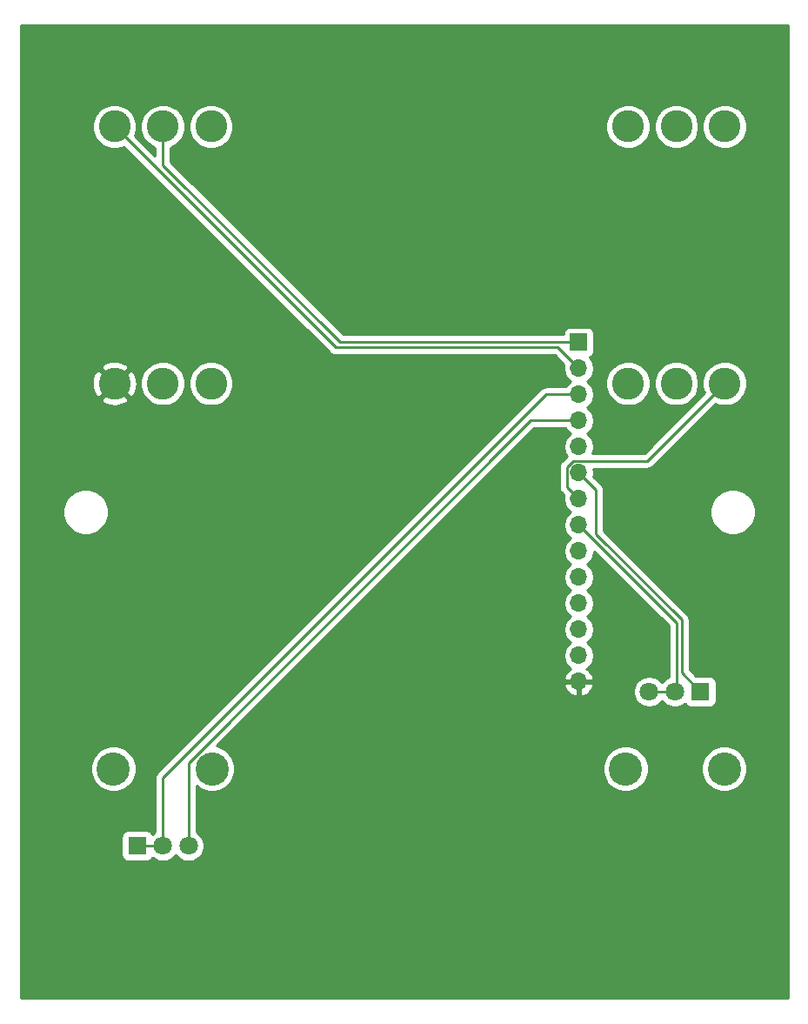
<source format=gbr>
G04 #@! TF.GenerationSoftware,KiCad,Pcbnew,5.1.5-52549c5~84~ubuntu18.04.1*
G04 #@! TF.CreationDate,2020-05-11T15:13:20-04:00*
G04 #@! TF.ProjectId,gategrinder_panelPCB,67617465-6772-4696-9e64-65725f70616e,rev?*
G04 #@! TF.SameCoordinates,Original*
G04 #@! TF.FileFunction,Copper,L1,Top*
G04 #@! TF.FilePolarity,Positive*
%FSLAX46Y46*%
G04 Gerber Fmt 4.6, Leading zero omitted, Abs format (unit mm)*
G04 Created by KiCad (PCBNEW 5.1.5-52549c5~84~ubuntu18.04.1) date 2020-05-11 15:13:20*
%MOMM*%
%LPD*%
G04 APERTURE LIST*
%ADD10C,3.100000*%
%ADD11C,3.240000*%
%ADD12C,1.800000*%
%ADD13R,1.800000X1.800000*%
%ADD14O,1.700000X1.700000*%
%ADD15R,1.700000X1.700000*%
%ADD16C,0.250000*%
%ADD17C,0.254000*%
G04 APERTURE END LIST*
D10*
X87200000Y-79500000D03*
X77800000Y-79500000D03*
X82500000Y-79500000D03*
X127800000Y-79500000D03*
X137200000Y-79500000D03*
X132500000Y-79500000D03*
X137200000Y-54500000D03*
X127800000Y-54500000D03*
X132500000Y-54500000D03*
X77800000Y-54500000D03*
X87200000Y-54500000D03*
X82500000Y-54500000D03*
D11*
X137150000Y-117000000D03*
X127550000Y-117000000D03*
D12*
X129850000Y-109500000D03*
X132350000Y-109500000D03*
D13*
X134850000Y-109500000D03*
D11*
X77700000Y-117000000D03*
X87300000Y-117000000D03*
D12*
X85000000Y-124500000D03*
X82500000Y-124500000D03*
D13*
X80000000Y-124500000D03*
D14*
X123000000Y-108520000D03*
X123000000Y-105980000D03*
X123000000Y-103440000D03*
X123000000Y-100900000D03*
X123000000Y-98360000D03*
X123000000Y-95820000D03*
X123000000Y-93280000D03*
X123000000Y-90740000D03*
X123000000Y-88200000D03*
X123000000Y-85660000D03*
X123000000Y-83120000D03*
X123000000Y-80580000D03*
X123000000Y-78040000D03*
D15*
X123000000Y-75500000D03*
D16*
X132350000Y-109500000D02*
X129850000Y-109500000D01*
X132350000Y-109500000D02*
X132500000Y-109350000D01*
X132500000Y-102780000D02*
X123000000Y-93280000D01*
X132500000Y-109350000D02*
X132500000Y-102780000D01*
X122435999Y-87024999D02*
X129675001Y-87024999D01*
X135650001Y-81049999D02*
X137200000Y-79500000D01*
X121824999Y-87635999D02*
X122435999Y-87024999D01*
X129675001Y-87024999D02*
X135650001Y-81049999D01*
X121824999Y-89564999D02*
X121824999Y-87635999D01*
X123000000Y-90740000D02*
X121824999Y-89564999D01*
X124650000Y-89850000D02*
X123000000Y-88200000D01*
X124650000Y-94150000D02*
X124650000Y-89850000D01*
X133000000Y-102500000D02*
X124650000Y-94150000D01*
X134850000Y-109500000D02*
X133000000Y-107650000D01*
X133000000Y-107650000D02*
X133000000Y-102500000D01*
X118301398Y-83120000D02*
X123000000Y-83120000D01*
X85000000Y-124500000D02*
X85000000Y-116421398D01*
X85000000Y-116421398D02*
X118301398Y-83120000D01*
X80000000Y-124500000D02*
X82500000Y-124500000D01*
X119797919Y-80580000D02*
X123000000Y-80580000D01*
X82500000Y-124500000D02*
X82500000Y-117877919D01*
X82500000Y-117877919D02*
X119797919Y-80580000D01*
X99300000Y-76000000D02*
X77800000Y-54500000D01*
X123000000Y-78040000D02*
X120960000Y-76000000D01*
X120960000Y-76000000D02*
X99300000Y-76000000D01*
X99750000Y-75500000D02*
X123000000Y-75500000D01*
X82500000Y-54500000D02*
X82500000Y-58250000D01*
X82500000Y-58250000D02*
X99750000Y-75500000D01*
D17*
G36*
X143340001Y-139340000D02*
G01*
X68660000Y-139340000D01*
X68660000Y-116777902D01*
X75445000Y-116777902D01*
X75445000Y-117222098D01*
X75531658Y-117657759D01*
X75701645Y-118068143D01*
X75948427Y-118437479D01*
X76262521Y-118751573D01*
X76631857Y-118998355D01*
X77042241Y-119168342D01*
X77477902Y-119255000D01*
X77922098Y-119255000D01*
X78357759Y-119168342D01*
X78768143Y-118998355D01*
X79137479Y-118751573D01*
X79451573Y-118437479D01*
X79698355Y-118068143D01*
X79868342Y-117657759D01*
X79955000Y-117222098D01*
X79955000Y-116777902D01*
X79868342Y-116342241D01*
X79698355Y-115931857D01*
X79451573Y-115562521D01*
X79137479Y-115248427D01*
X78768143Y-115001645D01*
X78357759Y-114831658D01*
X77922098Y-114745000D01*
X77477902Y-114745000D01*
X77042241Y-114831658D01*
X76631857Y-115001645D01*
X76262521Y-115248427D01*
X75948427Y-115562521D01*
X75701645Y-115931857D01*
X75531658Y-116342241D01*
X75445000Y-116777902D01*
X68660000Y-116777902D01*
X68660000Y-91779872D01*
X72765000Y-91779872D01*
X72765000Y-92220128D01*
X72850890Y-92651925D01*
X73019369Y-93058669D01*
X73263962Y-93424729D01*
X73575271Y-93736038D01*
X73941331Y-93980631D01*
X74348075Y-94149110D01*
X74779872Y-94235000D01*
X75220128Y-94235000D01*
X75651925Y-94149110D01*
X76058669Y-93980631D01*
X76424729Y-93736038D01*
X76736038Y-93424729D01*
X76980631Y-93058669D01*
X77149110Y-92651925D01*
X77235000Y-92220128D01*
X77235000Y-91779872D01*
X77149110Y-91348075D01*
X76980631Y-90941331D01*
X76736038Y-90575271D01*
X76424729Y-90263962D01*
X76058669Y-90019369D01*
X75651925Y-89850890D01*
X75220128Y-89765000D01*
X74779872Y-89765000D01*
X74348075Y-89850890D01*
X73941331Y-90019369D01*
X73575271Y-90263962D01*
X73263962Y-90575271D01*
X73019369Y-90941331D01*
X72850890Y-91348075D01*
X72765000Y-91779872D01*
X68660000Y-91779872D01*
X68660000Y-81027251D01*
X76452354Y-81027251D01*
X76614381Y-81347930D01*
X76997675Y-81543725D01*
X77411803Y-81660981D01*
X77840848Y-81695192D01*
X78268324Y-81645042D01*
X78677802Y-81512461D01*
X78985619Y-81347930D01*
X79147646Y-81027251D01*
X77800000Y-79679605D01*
X76452354Y-81027251D01*
X68660000Y-81027251D01*
X68660000Y-79540848D01*
X75604808Y-79540848D01*
X75654958Y-79968324D01*
X75787539Y-80377802D01*
X75952070Y-80685619D01*
X76272749Y-80847646D01*
X77620395Y-79500000D01*
X77979605Y-79500000D01*
X79327251Y-80847646D01*
X79647930Y-80685619D01*
X79843725Y-80302325D01*
X79960981Y-79888197D01*
X79995192Y-79459152D01*
X79974738Y-79284796D01*
X80315000Y-79284796D01*
X80315000Y-79715204D01*
X80398969Y-80137341D01*
X80563678Y-80534985D01*
X80802800Y-80892856D01*
X81107144Y-81197200D01*
X81465015Y-81436322D01*
X81862659Y-81601031D01*
X82284796Y-81685000D01*
X82715204Y-81685000D01*
X83137341Y-81601031D01*
X83534985Y-81436322D01*
X83892856Y-81197200D01*
X84197200Y-80892856D01*
X84436322Y-80534985D01*
X84601031Y-80137341D01*
X84685000Y-79715204D01*
X84685000Y-79284796D01*
X85015000Y-79284796D01*
X85015000Y-79715204D01*
X85098969Y-80137341D01*
X85263678Y-80534985D01*
X85502800Y-80892856D01*
X85807144Y-81197200D01*
X86165015Y-81436322D01*
X86562659Y-81601031D01*
X86984796Y-81685000D01*
X87415204Y-81685000D01*
X87837341Y-81601031D01*
X88234985Y-81436322D01*
X88592856Y-81197200D01*
X88897200Y-80892856D01*
X89136322Y-80534985D01*
X89301031Y-80137341D01*
X89385000Y-79715204D01*
X89385000Y-79284796D01*
X89301031Y-78862659D01*
X89136322Y-78465015D01*
X88897200Y-78107144D01*
X88592856Y-77802800D01*
X88234985Y-77563678D01*
X87837341Y-77398969D01*
X87415204Y-77315000D01*
X86984796Y-77315000D01*
X86562659Y-77398969D01*
X86165015Y-77563678D01*
X85807144Y-77802800D01*
X85502800Y-78107144D01*
X85263678Y-78465015D01*
X85098969Y-78862659D01*
X85015000Y-79284796D01*
X84685000Y-79284796D01*
X84601031Y-78862659D01*
X84436322Y-78465015D01*
X84197200Y-78107144D01*
X83892856Y-77802800D01*
X83534985Y-77563678D01*
X83137341Y-77398969D01*
X82715204Y-77315000D01*
X82284796Y-77315000D01*
X81862659Y-77398969D01*
X81465015Y-77563678D01*
X81107144Y-77802800D01*
X80802800Y-78107144D01*
X80563678Y-78465015D01*
X80398969Y-78862659D01*
X80315000Y-79284796D01*
X79974738Y-79284796D01*
X79945042Y-79031676D01*
X79812461Y-78622198D01*
X79647930Y-78314381D01*
X79327251Y-78152354D01*
X77979605Y-79500000D01*
X77620395Y-79500000D01*
X76272749Y-78152354D01*
X75952070Y-78314381D01*
X75756275Y-78697675D01*
X75639019Y-79111803D01*
X75604808Y-79540848D01*
X68660000Y-79540848D01*
X68660000Y-77972749D01*
X76452354Y-77972749D01*
X77800000Y-79320395D01*
X79147646Y-77972749D01*
X78985619Y-77652070D01*
X78602325Y-77456275D01*
X78188197Y-77339019D01*
X77759152Y-77304808D01*
X77331676Y-77354958D01*
X76922198Y-77487539D01*
X76614381Y-77652070D01*
X76452354Y-77972749D01*
X68660000Y-77972749D01*
X68660000Y-54284796D01*
X75615000Y-54284796D01*
X75615000Y-54715204D01*
X75698969Y-55137341D01*
X75863678Y-55534985D01*
X76102800Y-55892856D01*
X76407144Y-56197200D01*
X76765015Y-56436322D01*
X77162659Y-56601031D01*
X77584796Y-56685000D01*
X78015204Y-56685000D01*
X78437341Y-56601031D01*
X78712327Y-56487128D01*
X98736200Y-76511002D01*
X98759999Y-76540001D01*
X98788997Y-76563799D01*
X98875724Y-76634974D01*
X99007753Y-76705546D01*
X99151014Y-76749003D01*
X99300000Y-76763677D01*
X99337333Y-76760000D01*
X120645199Y-76760000D01*
X121558790Y-77673592D01*
X121515000Y-77893740D01*
X121515000Y-78186260D01*
X121572068Y-78473158D01*
X121684010Y-78743411D01*
X121846525Y-78986632D01*
X122053368Y-79193475D01*
X122227760Y-79310000D01*
X122053368Y-79426525D01*
X121846525Y-79633368D01*
X121721822Y-79820000D01*
X119835242Y-79820000D01*
X119797919Y-79816324D01*
X119760596Y-79820000D01*
X119760586Y-79820000D01*
X119648933Y-79830997D01*
X119505672Y-79874454D01*
X119373642Y-79945026D01*
X119345254Y-79968324D01*
X119257918Y-80039999D01*
X119234120Y-80068997D01*
X81988998Y-117314120D01*
X81960000Y-117337918D01*
X81936202Y-117366916D01*
X81936201Y-117366917D01*
X81865026Y-117453643D01*
X81794454Y-117585673D01*
X81750998Y-117728934D01*
X81736324Y-117877919D01*
X81740001Y-117915251D01*
X81740000Y-123161687D01*
X81521495Y-123307688D01*
X81483880Y-123345303D01*
X81430537Y-123245506D01*
X81351185Y-123148815D01*
X81254494Y-123069463D01*
X81144180Y-123010498D01*
X81024482Y-122974188D01*
X80900000Y-122961928D01*
X79100000Y-122961928D01*
X78975518Y-122974188D01*
X78855820Y-123010498D01*
X78745506Y-123069463D01*
X78648815Y-123148815D01*
X78569463Y-123245506D01*
X78510498Y-123355820D01*
X78474188Y-123475518D01*
X78461928Y-123600000D01*
X78461928Y-125400000D01*
X78474188Y-125524482D01*
X78510498Y-125644180D01*
X78569463Y-125754494D01*
X78648815Y-125851185D01*
X78745506Y-125930537D01*
X78855820Y-125989502D01*
X78975518Y-126025812D01*
X79100000Y-126038072D01*
X80900000Y-126038072D01*
X81024482Y-126025812D01*
X81144180Y-125989502D01*
X81254494Y-125930537D01*
X81351185Y-125851185D01*
X81430537Y-125754494D01*
X81483880Y-125654697D01*
X81521495Y-125692312D01*
X81772905Y-125860299D01*
X82052257Y-125976011D01*
X82348816Y-126035000D01*
X82651184Y-126035000D01*
X82947743Y-125976011D01*
X83227095Y-125860299D01*
X83478505Y-125692312D01*
X83692312Y-125478505D01*
X83750000Y-125392169D01*
X83807688Y-125478505D01*
X84021495Y-125692312D01*
X84272905Y-125860299D01*
X84552257Y-125976011D01*
X84848816Y-126035000D01*
X85151184Y-126035000D01*
X85447743Y-125976011D01*
X85727095Y-125860299D01*
X85978505Y-125692312D01*
X86192312Y-125478505D01*
X86360299Y-125227095D01*
X86476011Y-124947743D01*
X86535000Y-124651184D01*
X86535000Y-124348816D01*
X86476011Y-124052257D01*
X86360299Y-123772905D01*
X86192312Y-123521495D01*
X85978505Y-123307688D01*
X85760000Y-123161687D01*
X85760000Y-118649052D01*
X85862521Y-118751573D01*
X86231857Y-118998355D01*
X86642241Y-119168342D01*
X87077902Y-119255000D01*
X87522098Y-119255000D01*
X87957759Y-119168342D01*
X88368143Y-118998355D01*
X88737479Y-118751573D01*
X89051573Y-118437479D01*
X89298355Y-118068143D01*
X89468342Y-117657759D01*
X89555000Y-117222098D01*
X89555000Y-116777902D01*
X125295000Y-116777902D01*
X125295000Y-117222098D01*
X125381658Y-117657759D01*
X125551645Y-118068143D01*
X125798427Y-118437479D01*
X126112521Y-118751573D01*
X126481857Y-118998355D01*
X126892241Y-119168342D01*
X127327902Y-119255000D01*
X127772098Y-119255000D01*
X128207759Y-119168342D01*
X128618143Y-118998355D01*
X128987479Y-118751573D01*
X129301573Y-118437479D01*
X129548355Y-118068143D01*
X129718342Y-117657759D01*
X129805000Y-117222098D01*
X129805000Y-116777902D01*
X134895000Y-116777902D01*
X134895000Y-117222098D01*
X134981658Y-117657759D01*
X135151645Y-118068143D01*
X135398427Y-118437479D01*
X135712521Y-118751573D01*
X136081857Y-118998355D01*
X136492241Y-119168342D01*
X136927902Y-119255000D01*
X137372098Y-119255000D01*
X137807759Y-119168342D01*
X138218143Y-118998355D01*
X138587479Y-118751573D01*
X138901573Y-118437479D01*
X139148355Y-118068143D01*
X139318342Y-117657759D01*
X139405000Y-117222098D01*
X139405000Y-116777902D01*
X139318342Y-116342241D01*
X139148355Y-115931857D01*
X138901573Y-115562521D01*
X138587479Y-115248427D01*
X138218143Y-115001645D01*
X137807759Y-114831658D01*
X137372098Y-114745000D01*
X136927902Y-114745000D01*
X136492241Y-114831658D01*
X136081857Y-115001645D01*
X135712521Y-115248427D01*
X135398427Y-115562521D01*
X135151645Y-115931857D01*
X134981658Y-116342241D01*
X134895000Y-116777902D01*
X129805000Y-116777902D01*
X129718342Y-116342241D01*
X129548355Y-115931857D01*
X129301573Y-115562521D01*
X128987479Y-115248427D01*
X128618143Y-115001645D01*
X128207759Y-114831658D01*
X127772098Y-114745000D01*
X127327902Y-114745000D01*
X126892241Y-114831658D01*
X126481857Y-115001645D01*
X126112521Y-115248427D01*
X125798427Y-115562521D01*
X125551645Y-115931857D01*
X125381658Y-116342241D01*
X125295000Y-116777902D01*
X89555000Y-116777902D01*
X89468342Y-116342241D01*
X89298355Y-115931857D01*
X89051573Y-115562521D01*
X88737479Y-115248427D01*
X88368143Y-115001645D01*
X87957759Y-114831658D01*
X87713189Y-114783010D01*
X93619309Y-108876890D01*
X121558524Y-108876890D01*
X121603175Y-109024099D01*
X121728359Y-109286920D01*
X121902412Y-109520269D01*
X122118645Y-109715178D01*
X122368748Y-109864157D01*
X122643109Y-109961481D01*
X122873000Y-109840814D01*
X122873000Y-108647000D01*
X123127000Y-108647000D01*
X123127000Y-109840814D01*
X123356891Y-109961481D01*
X123631252Y-109864157D01*
X123881355Y-109715178D01*
X124097588Y-109520269D01*
X124271641Y-109286920D01*
X124396825Y-109024099D01*
X124441476Y-108876890D01*
X124320155Y-108647000D01*
X123127000Y-108647000D01*
X122873000Y-108647000D01*
X121679845Y-108647000D01*
X121558524Y-108876890D01*
X93619309Y-108876890D01*
X118616200Y-83880000D01*
X121721822Y-83880000D01*
X121846525Y-84066632D01*
X122053368Y-84273475D01*
X122227760Y-84390000D01*
X122053368Y-84506525D01*
X121846525Y-84713368D01*
X121684010Y-84956589D01*
X121572068Y-85226842D01*
X121515000Y-85513740D01*
X121515000Y-85806260D01*
X121572068Y-86093158D01*
X121684010Y-86363411D01*
X121819704Y-86566491D01*
X121313996Y-87072201D01*
X121284999Y-87095998D01*
X121261201Y-87124996D01*
X121261200Y-87124997D01*
X121190025Y-87211723D01*
X121119453Y-87343753D01*
X121091373Y-87436324D01*
X121087445Y-87449275D01*
X121075997Y-87487014D01*
X121061323Y-87635999D01*
X121065000Y-87673331D01*
X121064999Y-89527676D01*
X121061323Y-89564999D01*
X121064999Y-89602321D01*
X121064999Y-89602331D01*
X121075996Y-89713984D01*
X121105931Y-89812667D01*
X121119453Y-89857245D01*
X121190025Y-89989275D01*
X121214723Y-90019369D01*
X121284998Y-90105000D01*
X121314002Y-90128803D01*
X121558791Y-90373592D01*
X121515000Y-90593740D01*
X121515000Y-90886260D01*
X121572068Y-91173158D01*
X121684010Y-91443411D01*
X121846525Y-91686632D01*
X122053368Y-91893475D01*
X122227760Y-92010000D01*
X122053368Y-92126525D01*
X121846525Y-92333368D01*
X121684010Y-92576589D01*
X121572068Y-92846842D01*
X121515000Y-93133740D01*
X121515000Y-93426260D01*
X121572068Y-93713158D01*
X121684010Y-93983411D01*
X121846525Y-94226632D01*
X122053368Y-94433475D01*
X122227760Y-94550000D01*
X122053368Y-94666525D01*
X121846525Y-94873368D01*
X121684010Y-95116589D01*
X121572068Y-95386842D01*
X121515000Y-95673740D01*
X121515000Y-95966260D01*
X121572068Y-96253158D01*
X121684010Y-96523411D01*
X121846525Y-96766632D01*
X122053368Y-96973475D01*
X122227760Y-97090000D01*
X122053368Y-97206525D01*
X121846525Y-97413368D01*
X121684010Y-97656589D01*
X121572068Y-97926842D01*
X121515000Y-98213740D01*
X121515000Y-98506260D01*
X121572068Y-98793158D01*
X121684010Y-99063411D01*
X121846525Y-99306632D01*
X122053368Y-99513475D01*
X122227760Y-99630000D01*
X122053368Y-99746525D01*
X121846525Y-99953368D01*
X121684010Y-100196589D01*
X121572068Y-100466842D01*
X121515000Y-100753740D01*
X121515000Y-101046260D01*
X121572068Y-101333158D01*
X121684010Y-101603411D01*
X121846525Y-101846632D01*
X122053368Y-102053475D01*
X122227760Y-102170000D01*
X122053368Y-102286525D01*
X121846525Y-102493368D01*
X121684010Y-102736589D01*
X121572068Y-103006842D01*
X121515000Y-103293740D01*
X121515000Y-103586260D01*
X121572068Y-103873158D01*
X121684010Y-104143411D01*
X121846525Y-104386632D01*
X122053368Y-104593475D01*
X122227760Y-104710000D01*
X122053368Y-104826525D01*
X121846525Y-105033368D01*
X121684010Y-105276589D01*
X121572068Y-105546842D01*
X121515000Y-105833740D01*
X121515000Y-106126260D01*
X121572068Y-106413158D01*
X121684010Y-106683411D01*
X121846525Y-106926632D01*
X122053368Y-107133475D01*
X122235534Y-107255195D01*
X122118645Y-107324822D01*
X121902412Y-107519731D01*
X121728359Y-107753080D01*
X121603175Y-108015901D01*
X121558524Y-108163110D01*
X121679845Y-108393000D01*
X122873000Y-108393000D01*
X122873000Y-108373000D01*
X123127000Y-108373000D01*
X123127000Y-108393000D01*
X124320155Y-108393000D01*
X124441476Y-108163110D01*
X124396825Y-108015901D01*
X124271641Y-107753080D01*
X124097588Y-107519731D01*
X123881355Y-107324822D01*
X123764466Y-107255195D01*
X123946632Y-107133475D01*
X124153475Y-106926632D01*
X124315990Y-106683411D01*
X124427932Y-106413158D01*
X124485000Y-106126260D01*
X124485000Y-105833740D01*
X124427932Y-105546842D01*
X124315990Y-105276589D01*
X124153475Y-105033368D01*
X123946632Y-104826525D01*
X123772240Y-104710000D01*
X123946632Y-104593475D01*
X124153475Y-104386632D01*
X124315990Y-104143411D01*
X124427932Y-103873158D01*
X124485000Y-103586260D01*
X124485000Y-103293740D01*
X124427932Y-103006842D01*
X124315990Y-102736589D01*
X124153475Y-102493368D01*
X123946632Y-102286525D01*
X123772240Y-102170000D01*
X123946632Y-102053475D01*
X124153475Y-101846632D01*
X124315990Y-101603411D01*
X124427932Y-101333158D01*
X124485000Y-101046260D01*
X124485000Y-100753740D01*
X124427932Y-100466842D01*
X124315990Y-100196589D01*
X124153475Y-99953368D01*
X123946632Y-99746525D01*
X123772240Y-99630000D01*
X123946632Y-99513475D01*
X124153475Y-99306632D01*
X124315990Y-99063411D01*
X124427932Y-98793158D01*
X124485000Y-98506260D01*
X124485000Y-98213740D01*
X124427932Y-97926842D01*
X124315990Y-97656589D01*
X124153475Y-97413368D01*
X123946632Y-97206525D01*
X123772240Y-97090000D01*
X123946632Y-96973475D01*
X124153475Y-96766632D01*
X124315990Y-96523411D01*
X124427932Y-96253158D01*
X124485000Y-95966260D01*
X124485000Y-95839801D01*
X131740001Y-103094803D01*
X131740000Y-108091198D01*
X131622905Y-108139701D01*
X131371495Y-108307688D01*
X131157688Y-108521495D01*
X131100000Y-108607831D01*
X131042312Y-108521495D01*
X130828505Y-108307688D01*
X130577095Y-108139701D01*
X130297743Y-108023989D01*
X130001184Y-107965000D01*
X129698816Y-107965000D01*
X129402257Y-108023989D01*
X129122905Y-108139701D01*
X128871495Y-108307688D01*
X128657688Y-108521495D01*
X128489701Y-108772905D01*
X128373989Y-109052257D01*
X128315000Y-109348816D01*
X128315000Y-109651184D01*
X128373989Y-109947743D01*
X128489701Y-110227095D01*
X128657688Y-110478505D01*
X128871495Y-110692312D01*
X129122905Y-110860299D01*
X129402257Y-110976011D01*
X129698816Y-111035000D01*
X130001184Y-111035000D01*
X130297743Y-110976011D01*
X130577095Y-110860299D01*
X130828505Y-110692312D01*
X131042312Y-110478505D01*
X131100000Y-110392169D01*
X131157688Y-110478505D01*
X131371495Y-110692312D01*
X131622905Y-110860299D01*
X131902257Y-110976011D01*
X132198816Y-111035000D01*
X132501184Y-111035000D01*
X132797743Y-110976011D01*
X133077095Y-110860299D01*
X133328505Y-110692312D01*
X133366120Y-110654697D01*
X133419463Y-110754494D01*
X133498815Y-110851185D01*
X133595506Y-110930537D01*
X133705820Y-110989502D01*
X133825518Y-111025812D01*
X133950000Y-111038072D01*
X135750000Y-111038072D01*
X135874482Y-111025812D01*
X135994180Y-110989502D01*
X136104494Y-110930537D01*
X136201185Y-110851185D01*
X136280537Y-110754494D01*
X136339502Y-110644180D01*
X136375812Y-110524482D01*
X136388072Y-110400000D01*
X136388072Y-108600000D01*
X136375812Y-108475518D01*
X136339502Y-108355820D01*
X136280537Y-108245506D01*
X136201185Y-108148815D01*
X136104494Y-108069463D01*
X135994180Y-108010498D01*
X135874482Y-107974188D01*
X135750000Y-107961928D01*
X134386729Y-107961928D01*
X133760000Y-107335199D01*
X133760000Y-102537322D01*
X133763676Y-102499999D01*
X133760000Y-102462676D01*
X133760000Y-102462667D01*
X133749003Y-102351014D01*
X133705546Y-102207753D01*
X133634974Y-102075724D01*
X133540001Y-101959999D01*
X133511003Y-101936201D01*
X125410000Y-93835199D01*
X125410000Y-91779872D01*
X135765000Y-91779872D01*
X135765000Y-92220128D01*
X135850890Y-92651925D01*
X136019369Y-93058669D01*
X136263962Y-93424729D01*
X136575271Y-93736038D01*
X136941331Y-93980631D01*
X137348075Y-94149110D01*
X137779872Y-94235000D01*
X138220128Y-94235000D01*
X138651925Y-94149110D01*
X139058669Y-93980631D01*
X139424729Y-93736038D01*
X139736038Y-93424729D01*
X139980631Y-93058669D01*
X140149110Y-92651925D01*
X140235000Y-92220128D01*
X140235000Y-91779872D01*
X140149110Y-91348075D01*
X139980631Y-90941331D01*
X139736038Y-90575271D01*
X139424729Y-90263962D01*
X139058669Y-90019369D01*
X138651925Y-89850890D01*
X138220128Y-89765000D01*
X137779872Y-89765000D01*
X137348075Y-89850890D01*
X136941331Y-90019369D01*
X136575271Y-90263962D01*
X136263962Y-90575271D01*
X136019369Y-90941331D01*
X135850890Y-91348075D01*
X135765000Y-91779872D01*
X125410000Y-91779872D01*
X125410000Y-89887322D01*
X125413676Y-89849999D01*
X125410000Y-89812676D01*
X125410000Y-89812667D01*
X125399003Y-89701014D01*
X125355546Y-89557753D01*
X125284974Y-89425724D01*
X125225681Y-89353475D01*
X125213799Y-89338996D01*
X125213795Y-89338992D01*
X125190001Y-89309999D01*
X125161008Y-89286205D01*
X124441210Y-88566408D01*
X124485000Y-88346260D01*
X124485000Y-88053740D01*
X124431544Y-87784999D01*
X129637679Y-87784999D01*
X129675001Y-87788675D01*
X129712323Y-87784999D01*
X129712334Y-87784999D01*
X129823987Y-87774002D01*
X129967248Y-87730545D01*
X130099277Y-87659973D01*
X130215002Y-87565000D01*
X130238805Y-87535996D01*
X136213800Y-81561002D01*
X136213804Y-81560997D01*
X136287673Y-81487128D01*
X136562659Y-81601031D01*
X136984796Y-81685000D01*
X137415204Y-81685000D01*
X137837341Y-81601031D01*
X138234985Y-81436322D01*
X138592856Y-81197200D01*
X138897200Y-80892856D01*
X139136322Y-80534985D01*
X139301031Y-80137341D01*
X139385000Y-79715204D01*
X139385000Y-79284796D01*
X139301031Y-78862659D01*
X139136322Y-78465015D01*
X138897200Y-78107144D01*
X138592856Y-77802800D01*
X138234985Y-77563678D01*
X137837341Y-77398969D01*
X137415204Y-77315000D01*
X136984796Y-77315000D01*
X136562659Y-77398969D01*
X136165015Y-77563678D01*
X135807144Y-77802800D01*
X135502800Y-78107144D01*
X135263678Y-78465015D01*
X135098969Y-78862659D01*
X135015000Y-79284796D01*
X135015000Y-79715204D01*
X135098969Y-80137341D01*
X135212872Y-80412327D01*
X135139003Y-80486196D01*
X135138998Y-80486200D01*
X129360200Y-86264999D01*
X124356753Y-86264999D01*
X124427932Y-86093158D01*
X124485000Y-85806260D01*
X124485000Y-85513740D01*
X124427932Y-85226842D01*
X124315990Y-84956589D01*
X124153475Y-84713368D01*
X123946632Y-84506525D01*
X123772240Y-84390000D01*
X123946632Y-84273475D01*
X124153475Y-84066632D01*
X124315990Y-83823411D01*
X124427932Y-83553158D01*
X124485000Y-83266260D01*
X124485000Y-82973740D01*
X124427932Y-82686842D01*
X124315990Y-82416589D01*
X124153475Y-82173368D01*
X123946632Y-81966525D01*
X123772240Y-81850000D01*
X123946632Y-81733475D01*
X124153475Y-81526632D01*
X124315990Y-81283411D01*
X124427932Y-81013158D01*
X124485000Y-80726260D01*
X124485000Y-80433740D01*
X124427932Y-80146842D01*
X124315990Y-79876589D01*
X124153475Y-79633368D01*
X123946632Y-79426525D01*
X123772240Y-79310000D01*
X123809960Y-79284796D01*
X125615000Y-79284796D01*
X125615000Y-79715204D01*
X125698969Y-80137341D01*
X125863678Y-80534985D01*
X126102800Y-80892856D01*
X126407144Y-81197200D01*
X126765015Y-81436322D01*
X127162659Y-81601031D01*
X127584796Y-81685000D01*
X128015204Y-81685000D01*
X128437341Y-81601031D01*
X128834985Y-81436322D01*
X129192856Y-81197200D01*
X129497200Y-80892856D01*
X129736322Y-80534985D01*
X129901031Y-80137341D01*
X129985000Y-79715204D01*
X129985000Y-79284796D01*
X130315000Y-79284796D01*
X130315000Y-79715204D01*
X130398969Y-80137341D01*
X130563678Y-80534985D01*
X130802800Y-80892856D01*
X131107144Y-81197200D01*
X131465015Y-81436322D01*
X131862659Y-81601031D01*
X132284796Y-81685000D01*
X132715204Y-81685000D01*
X133137341Y-81601031D01*
X133534985Y-81436322D01*
X133892856Y-81197200D01*
X134197200Y-80892856D01*
X134436322Y-80534985D01*
X134601031Y-80137341D01*
X134685000Y-79715204D01*
X134685000Y-79284796D01*
X134601031Y-78862659D01*
X134436322Y-78465015D01*
X134197200Y-78107144D01*
X133892856Y-77802800D01*
X133534985Y-77563678D01*
X133137341Y-77398969D01*
X132715204Y-77315000D01*
X132284796Y-77315000D01*
X131862659Y-77398969D01*
X131465015Y-77563678D01*
X131107144Y-77802800D01*
X130802800Y-78107144D01*
X130563678Y-78465015D01*
X130398969Y-78862659D01*
X130315000Y-79284796D01*
X129985000Y-79284796D01*
X129901031Y-78862659D01*
X129736322Y-78465015D01*
X129497200Y-78107144D01*
X129192856Y-77802800D01*
X128834985Y-77563678D01*
X128437341Y-77398969D01*
X128015204Y-77315000D01*
X127584796Y-77315000D01*
X127162659Y-77398969D01*
X126765015Y-77563678D01*
X126407144Y-77802800D01*
X126102800Y-78107144D01*
X125863678Y-78465015D01*
X125698969Y-78862659D01*
X125615000Y-79284796D01*
X123809960Y-79284796D01*
X123946632Y-79193475D01*
X124153475Y-78986632D01*
X124315990Y-78743411D01*
X124427932Y-78473158D01*
X124485000Y-78186260D01*
X124485000Y-77893740D01*
X124427932Y-77606842D01*
X124315990Y-77336589D01*
X124153475Y-77093368D01*
X124021620Y-76961513D01*
X124094180Y-76939502D01*
X124204494Y-76880537D01*
X124301185Y-76801185D01*
X124380537Y-76704494D01*
X124439502Y-76594180D01*
X124475812Y-76474482D01*
X124488072Y-76350000D01*
X124488072Y-74650000D01*
X124475812Y-74525518D01*
X124439502Y-74405820D01*
X124380537Y-74295506D01*
X124301185Y-74198815D01*
X124204494Y-74119463D01*
X124094180Y-74060498D01*
X123974482Y-74024188D01*
X123850000Y-74011928D01*
X122150000Y-74011928D01*
X122025518Y-74024188D01*
X121905820Y-74060498D01*
X121795506Y-74119463D01*
X121698815Y-74198815D01*
X121619463Y-74295506D01*
X121560498Y-74405820D01*
X121524188Y-74525518D01*
X121511928Y-74650000D01*
X121511928Y-74740000D01*
X100064802Y-74740000D01*
X83260000Y-57935199D01*
X83260000Y-56550224D01*
X83534985Y-56436322D01*
X83892856Y-56197200D01*
X84197200Y-55892856D01*
X84436322Y-55534985D01*
X84601031Y-55137341D01*
X84685000Y-54715204D01*
X84685000Y-54284796D01*
X85015000Y-54284796D01*
X85015000Y-54715204D01*
X85098969Y-55137341D01*
X85263678Y-55534985D01*
X85502800Y-55892856D01*
X85807144Y-56197200D01*
X86165015Y-56436322D01*
X86562659Y-56601031D01*
X86984796Y-56685000D01*
X87415204Y-56685000D01*
X87837341Y-56601031D01*
X88234985Y-56436322D01*
X88592856Y-56197200D01*
X88897200Y-55892856D01*
X89136322Y-55534985D01*
X89301031Y-55137341D01*
X89385000Y-54715204D01*
X89385000Y-54284796D01*
X125615000Y-54284796D01*
X125615000Y-54715204D01*
X125698969Y-55137341D01*
X125863678Y-55534985D01*
X126102800Y-55892856D01*
X126407144Y-56197200D01*
X126765015Y-56436322D01*
X127162659Y-56601031D01*
X127584796Y-56685000D01*
X128015204Y-56685000D01*
X128437341Y-56601031D01*
X128834985Y-56436322D01*
X129192856Y-56197200D01*
X129497200Y-55892856D01*
X129736322Y-55534985D01*
X129901031Y-55137341D01*
X129985000Y-54715204D01*
X129985000Y-54284796D01*
X130315000Y-54284796D01*
X130315000Y-54715204D01*
X130398969Y-55137341D01*
X130563678Y-55534985D01*
X130802800Y-55892856D01*
X131107144Y-56197200D01*
X131465015Y-56436322D01*
X131862659Y-56601031D01*
X132284796Y-56685000D01*
X132715204Y-56685000D01*
X133137341Y-56601031D01*
X133534985Y-56436322D01*
X133892856Y-56197200D01*
X134197200Y-55892856D01*
X134436322Y-55534985D01*
X134601031Y-55137341D01*
X134685000Y-54715204D01*
X134685000Y-54284796D01*
X135015000Y-54284796D01*
X135015000Y-54715204D01*
X135098969Y-55137341D01*
X135263678Y-55534985D01*
X135502800Y-55892856D01*
X135807144Y-56197200D01*
X136165015Y-56436322D01*
X136562659Y-56601031D01*
X136984796Y-56685000D01*
X137415204Y-56685000D01*
X137837341Y-56601031D01*
X138234985Y-56436322D01*
X138592856Y-56197200D01*
X138897200Y-55892856D01*
X139136322Y-55534985D01*
X139301031Y-55137341D01*
X139385000Y-54715204D01*
X139385000Y-54284796D01*
X139301031Y-53862659D01*
X139136322Y-53465015D01*
X138897200Y-53107144D01*
X138592856Y-52802800D01*
X138234985Y-52563678D01*
X137837341Y-52398969D01*
X137415204Y-52315000D01*
X136984796Y-52315000D01*
X136562659Y-52398969D01*
X136165015Y-52563678D01*
X135807144Y-52802800D01*
X135502800Y-53107144D01*
X135263678Y-53465015D01*
X135098969Y-53862659D01*
X135015000Y-54284796D01*
X134685000Y-54284796D01*
X134601031Y-53862659D01*
X134436322Y-53465015D01*
X134197200Y-53107144D01*
X133892856Y-52802800D01*
X133534985Y-52563678D01*
X133137341Y-52398969D01*
X132715204Y-52315000D01*
X132284796Y-52315000D01*
X131862659Y-52398969D01*
X131465015Y-52563678D01*
X131107144Y-52802800D01*
X130802800Y-53107144D01*
X130563678Y-53465015D01*
X130398969Y-53862659D01*
X130315000Y-54284796D01*
X129985000Y-54284796D01*
X129901031Y-53862659D01*
X129736322Y-53465015D01*
X129497200Y-53107144D01*
X129192856Y-52802800D01*
X128834985Y-52563678D01*
X128437341Y-52398969D01*
X128015204Y-52315000D01*
X127584796Y-52315000D01*
X127162659Y-52398969D01*
X126765015Y-52563678D01*
X126407144Y-52802800D01*
X126102800Y-53107144D01*
X125863678Y-53465015D01*
X125698969Y-53862659D01*
X125615000Y-54284796D01*
X89385000Y-54284796D01*
X89301031Y-53862659D01*
X89136322Y-53465015D01*
X88897200Y-53107144D01*
X88592856Y-52802800D01*
X88234985Y-52563678D01*
X87837341Y-52398969D01*
X87415204Y-52315000D01*
X86984796Y-52315000D01*
X86562659Y-52398969D01*
X86165015Y-52563678D01*
X85807144Y-52802800D01*
X85502800Y-53107144D01*
X85263678Y-53465015D01*
X85098969Y-53862659D01*
X85015000Y-54284796D01*
X84685000Y-54284796D01*
X84601031Y-53862659D01*
X84436322Y-53465015D01*
X84197200Y-53107144D01*
X83892856Y-52802800D01*
X83534985Y-52563678D01*
X83137341Y-52398969D01*
X82715204Y-52315000D01*
X82284796Y-52315000D01*
X81862659Y-52398969D01*
X81465015Y-52563678D01*
X81107144Y-52802800D01*
X80802800Y-53107144D01*
X80563678Y-53465015D01*
X80398969Y-53862659D01*
X80315000Y-54284796D01*
X80315000Y-54715204D01*
X80398969Y-55137341D01*
X80563678Y-55534985D01*
X80802800Y-55892856D01*
X81107144Y-56197200D01*
X81465015Y-56436322D01*
X81740001Y-56550224D01*
X81740001Y-57365200D01*
X79787128Y-55412327D01*
X79901031Y-55137341D01*
X79985000Y-54715204D01*
X79985000Y-54284796D01*
X79901031Y-53862659D01*
X79736322Y-53465015D01*
X79497200Y-53107144D01*
X79192856Y-52802800D01*
X78834985Y-52563678D01*
X78437341Y-52398969D01*
X78015204Y-52315000D01*
X77584796Y-52315000D01*
X77162659Y-52398969D01*
X76765015Y-52563678D01*
X76407144Y-52802800D01*
X76102800Y-53107144D01*
X75863678Y-53465015D01*
X75698969Y-53862659D01*
X75615000Y-54284796D01*
X68660000Y-54284796D01*
X68660000Y-44660000D01*
X143340000Y-44660000D01*
X143340001Y-139340000D01*
G37*
X143340001Y-139340000D02*
X68660000Y-139340000D01*
X68660000Y-116777902D01*
X75445000Y-116777902D01*
X75445000Y-117222098D01*
X75531658Y-117657759D01*
X75701645Y-118068143D01*
X75948427Y-118437479D01*
X76262521Y-118751573D01*
X76631857Y-118998355D01*
X77042241Y-119168342D01*
X77477902Y-119255000D01*
X77922098Y-119255000D01*
X78357759Y-119168342D01*
X78768143Y-118998355D01*
X79137479Y-118751573D01*
X79451573Y-118437479D01*
X79698355Y-118068143D01*
X79868342Y-117657759D01*
X79955000Y-117222098D01*
X79955000Y-116777902D01*
X79868342Y-116342241D01*
X79698355Y-115931857D01*
X79451573Y-115562521D01*
X79137479Y-115248427D01*
X78768143Y-115001645D01*
X78357759Y-114831658D01*
X77922098Y-114745000D01*
X77477902Y-114745000D01*
X77042241Y-114831658D01*
X76631857Y-115001645D01*
X76262521Y-115248427D01*
X75948427Y-115562521D01*
X75701645Y-115931857D01*
X75531658Y-116342241D01*
X75445000Y-116777902D01*
X68660000Y-116777902D01*
X68660000Y-91779872D01*
X72765000Y-91779872D01*
X72765000Y-92220128D01*
X72850890Y-92651925D01*
X73019369Y-93058669D01*
X73263962Y-93424729D01*
X73575271Y-93736038D01*
X73941331Y-93980631D01*
X74348075Y-94149110D01*
X74779872Y-94235000D01*
X75220128Y-94235000D01*
X75651925Y-94149110D01*
X76058669Y-93980631D01*
X76424729Y-93736038D01*
X76736038Y-93424729D01*
X76980631Y-93058669D01*
X77149110Y-92651925D01*
X77235000Y-92220128D01*
X77235000Y-91779872D01*
X77149110Y-91348075D01*
X76980631Y-90941331D01*
X76736038Y-90575271D01*
X76424729Y-90263962D01*
X76058669Y-90019369D01*
X75651925Y-89850890D01*
X75220128Y-89765000D01*
X74779872Y-89765000D01*
X74348075Y-89850890D01*
X73941331Y-90019369D01*
X73575271Y-90263962D01*
X73263962Y-90575271D01*
X73019369Y-90941331D01*
X72850890Y-91348075D01*
X72765000Y-91779872D01*
X68660000Y-91779872D01*
X68660000Y-81027251D01*
X76452354Y-81027251D01*
X76614381Y-81347930D01*
X76997675Y-81543725D01*
X77411803Y-81660981D01*
X77840848Y-81695192D01*
X78268324Y-81645042D01*
X78677802Y-81512461D01*
X78985619Y-81347930D01*
X79147646Y-81027251D01*
X77800000Y-79679605D01*
X76452354Y-81027251D01*
X68660000Y-81027251D01*
X68660000Y-79540848D01*
X75604808Y-79540848D01*
X75654958Y-79968324D01*
X75787539Y-80377802D01*
X75952070Y-80685619D01*
X76272749Y-80847646D01*
X77620395Y-79500000D01*
X77979605Y-79500000D01*
X79327251Y-80847646D01*
X79647930Y-80685619D01*
X79843725Y-80302325D01*
X79960981Y-79888197D01*
X79995192Y-79459152D01*
X79974738Y-79284796D01*
X80315000Y-79284796D01*
X80315000Y-79715204D01*
X80398969Y-80137341D01*
X80563678Y-80534985D01*
X80802800Y-80892856D01*
X81107144Y-81197200D01*
X81465015Y-81436322D01*
X81862659Y-81601031D01*
X82284796Y-81685000D01*
X82715204Y-81685000D01*
X83137341Y-81601031D01*
X83534985Y-81436322D01*
X83892856Y-81197200D01*
X84197200Y-80892856D01*
X84436322Y-80534985D01*
X84601031Y-80137341D01*
X84685000Y-79715204D01*
X84685000Y-79284796D01*
X85015000Y-79284796D01*
X85015000Y-79715204D01*
X85098969Y-80137341D01*
X85263678Y-80534985D01*
X85502800Y-80892856D01*
X85807144Y-81197200D01*
X86165015Y-81436322D01*
X86562659Y-81601031D01*
X86984796Y-81685000D01*
X87415204Y-81685000D01*
X87837341Y-81601031D01*
X88234985Y-81436322D01*
X88592856Y-81197200D01*
X88897200Y-80892856D01*
X89136322Y-80534985D01*
X89301031Y-80137341D01*
X89385000Y-79715204D01*
X89385000Y-79284796D01*
X89301031Y-78862659D01*
X89136322Y-78465015D01*
X88897200Y-78107144D01*
X88592856Y-77802800D01*
X88234985Y-77563678D01*
X87837341Y-77398969D01*
X87415204Y-77315000D01*
X86984796Y-77315000D01*
X86562659Y-77398969D01*
X86165015Y-77563678D01*
X85807144Y-77802800D01*
X85502800Y-78107144D01*
X85263678Y-78465015D01*
X85098969Y-78862659D01*
X85015000Y-79284796D01*
X84685000Y-79284796D01*
X84601031Y-78862659D01*
X84436322Y-78465015D01*
X84197200Y-78107144D01*
X83892856Y-77802800D01*
X83534985Y-77563678D01*
X83137341Y-77398969D01*
X82715204Y-77315000D01*
X82284796Y-77315000D01*
X81862659Y-77398969D01*
X81465015Y-77563678D01*
X81107144Y-77802800D01*
X80802800Y-78107144D01*
X80563678Y-78465015D01*
X80398969Y-78862659D01*
X80315000Y-79284796D01*
X79974738Y-79284796D01*
X79945042Y-79031676D01*
X79812461Y-78622198D01*
X79647930Y-78314381D01*
X79327251Y-78152354D01*
X77979605Y-79500000D01*
X77620395Y-79500000D01*
X76272749Y-78152354D01*
X75952070Y-78314381D01*
X75756275Y-78697675D01*
X75639019Y-79111803D01*
X75604808Y-79540848D01*
X68660000Y-79540848D01*
X68660000Y-77972749D01*
X76452354Y-77972749D01*
X77800000Y-79320395D01*
X79147646Y-77972749D01*
X78985619Y-77652070D01*
X78602325Y-77456275D01*
X78188197Y-77339019D01*
X77759152Y-77304808D01*
X77331676Y-77354958D01*
X76922198Y-77487539D01*
X76614381Y-77652070D01*
X76452354Y-77972749D01*
X68660000Y-77972749D01*
X68660000Y-54284796D01*
X75615000Y-54284796D01*
X75615000Y-54715204D01*
X75698969Y-55137341D01*
X75863678Y-55534985D01*
X76102800Y-55892856D01*
X76407144Y-56197200D01*
X76765015Y-56436322D01*
X77162659Y-56601031D01*
X77584796Y-56685000D01*
X78015204Y-56685000D01*
X78437341Y-56601031D01*
X78712327Y-56487128D01*
X98736200Y-76511002D01*
X98759999Y-76540001D01*
X98788997Y-76563799D01*
X98875724Y-76634974D01*
X99007753Y-76705546D01*
X99151014Y-76749003D01*
X99300000Y-76763677D01*
X99337333Y-76760000D01*
X120645199Y-76760000D01*
X121558790Y-77673592D01*
X121515000Y-77893740D01*
X121515000Y-78186260D01*
X121572068Y-78473158D01*
X121684010Y-78743411D01*
X121846525Y-78986632D01*
X122053368Y-79193475D01*
X122227760Y-79310000D01*
X122053368Y-79426525D01*
X121846525Y-79633368D01*
X121721822Y-79820000D01*
X119835242Y-79820000D01*
X119797919Y-79816324D01*
X119760596Y-79820000D01*
X119760586Y-79820000D01*
X119648933Y-79830997D01*
X119505672Y-79874454D01*
X119373642Y-79945026D01*
X119345254Y-79968324D01*
X119257918Y-80039999D01*
X119234120Y-80068997D01*
X81988998Y-117314120D01*
X81960000Y-117337918D01*
X81936202Y-117366916D01*
X81936201Y-117366917D01*
X81865026Y-117453643D01*
X81794454Y-117585673D01*
X81750998Y-117728934D01*
X81736324Y-117877919D01*
X81740001Y-117915251D01*
X81740000Y-123161687D01*
X81521495Y-123307688D01*
X81483880Y-123345303D01*
X81430537Y-123245506D01*
X81351185Y-123148815D01*
X81254494Y-123069463D01*
X81144180Y-123010498D01*
X81024482Y-122974188D01*
X80900000Y-122961928D01*
X79100000Y-122961928D01*
X78975518Y-122974188D01*
X78855820Y-123010498D01*
X78745506Y-123069463D01*
X78648815Y-123148815D01*
X78569463Y-123245506D01*
X78510498Y-123355820D01*
X78474188Y-123475518D01*
X78461928Y-123600000D01*
X78461928Y-125400000D01*
X78474188Y-125524482D01*
X78510498Y-125644180D01*
X78569463Y-125754494D01*
X78648815Y-125851185D01*
X78745506Y-125930537D01*
X78855820Y-125989502D01*
X78975518Y-126025812D01*
X79100000Y-126038072D01*
X80900000Y-126038072D01*
X81024482Y-126025812D01*
X81144180Y-125989502D01*
X81254494Y-125930537D01*
X81351185Y-125851185D01*
X81430537Y-125754494D01*
X81483880Y-125654697D01*
X81521495Y-125692312D01*
X81772905Y-125860299D01*
X82052257Y-125976011D01*
X82348816Y-126035000D01*
X82651184Y-126035000D01*
X82947743Y-125976011D01*
X83227095Y-125860299D01*
X83478505Y-125692312D01*
X83692312Y-125478505D01*
X83750000Y-125392169D01*
X83807688Y-125478505D01*
X84021495Y-125692312D01*
X84272905Y-125860299D01*
X84552257Y-125976011D01*
X84848816Y-126035000D01*
X85151184Y-126035000D01*
X85447743Y-125976011D01*
X85727095Y-125860299D01*
X85978505Y-125692312D01*
X86192312Y-125478505D01*
X86360299Y-125227095D01*
X86476011Y-124947743D01*
X86535000Y-124651184D01*
X86535000Y-124348816D01*
X86476011Y-124052257D01*
X86360299Y-123772905D01*
X86192312Y-123521495D01*
X85978505Y-123307688D01*
X85760000Y-123161687D01*
X85760000Y-118649052D01*
X85862521Y-118751573D01*
X86231857Y-118998355D01*
X86642241Y-119168342D01*
X87077902Y-119255000D01*
X87522098Y-119255000D01*
X87957759Y-119168342D01*
X88368143Y-118998355D01*
X88737479Y-118751573D01*
X89051573Y-118437479D01*
X89298355Y-118068143D01*
X89468342Y-117657759D01*
X89555000Y-117222098D01*
X89555000Y-116777902D01*
X125295000Y-116777902D01*
X125295000Y-117222098D01*
X125381658Y-117657759D01*
X125551645Y-118068143D01*
X125798427Y-118437479D01*
X126112521Y-118751573D01*
X126481857Y-118998355D01*
X126892241Y-119168342D01*
X127327902Y-119255000D01*
X127772098Y-119255000D01*
X128207759Y-119168342D01*
X128618143Y-118998355D01*
X128987479Y-118751573D01*
X129301573Y-118437479D01*
X129548355Y-118068143D01*
X129718342Y-117657759D01*
X129805000Y-117222098D01*
X129805000Y-116777902D01*
X134895000Y-116777902D01*
X134895000Y-117222098D01*
X134981658Y-117657759D01*
X135151645Y-118068143D01*
X135398427Y-118437479D01*
X135712521Y-118751573D01*
X136081857Y-118998355D01*
X136492241Y-119168342D01*
X136927902Y-119255000D01*
X137372098Y-119255000D01*
X137807759Y-119168342D01*
X138218143Y-118998355D01*
X138587479Y-118751573D01*
X138901573Y-118437479D01*
X139148355Y-118068143D01*
X139318342Y-117657759D01*
X139405000Y-117222098D01*
X139405000Y-116777902D01*
X139318342Y-116342241D01*
X139148355Y-115931857D01*
X138901573Y-115562521D01*
X138587479Y-115248427D01*
X138218143Y-115001645D01*
X137807759Y-114831658D01*
X137372098Y-114745000D01*
X136927902Y-114745000D01*
X136492241Y-114831658D01*
X136081857Y-115001645D01*
X135712521Y-115248427D01*
X135398427Y-115562521D01*
X135151645Y-115931857D01*
X134981658Y-116342241D01*
X134895000Y-116777902D01*
X129805000Y-116777902D01*
X129718342Y-116342241D01*
X129548355Y-115931857D01*
X129301573Y-115562521D01*
X128987479Y-115248427D01*
X128618143Y-115001645D01*
X128207759Y-114831658D01*
X127772098Y-114745000D01*
X127327902Y-114745000D01*
X126892241Y-114831658D01*
X126481857Y-115001645D01*
X126112521Y-115248427D01*
X125798427Y-115562521D01*
X125551645Y-115931857D01*
X125381658Y-116342241D01*
X125295000Y-116777902D01*
X89555000Y-116777902D01*
X89468342Y-116342241D01*
X89298355Y-115931857D01*
X89051573Y-115562521D01*
X88737479Y-115248427D01*
X88368143Y-115001645D01*
X87957759Y-114831658D01*
X87713189Y-114783010D01*
X93619309Y-108876890D01*
X121558524Y-108876890D01*
X121603175Y-109024099D01*
X121728359Y-109286920D01*
X121902412Y-109520269D01*
X122118645Y-109715178D01*
X122368748Y-109864157D01*
X122643109Y-109961481D01*
X122873000Y-109840814D01*
X122873000Y-108647000D01*
X123127000Y-108647000D01*
X123127000Y-109840814D01*
X123356891Y-109961481D01*
X123631252Y-109864157D01*
X123881355Y-109715178D01*
X124097588Y-109520269D01*
X124271641Y-109286920D01*
X124396825Y-109024099D01*
X124441476Y-108876890D01*
X124320155Y-108647000D01*
X123127000Y-108647000D01*
X122873000Y-108647000D01*
X121679845Y-108647000D01*
X121558524Y-108876890D01*
X93619309Y-108876890D01*
X118616200Y-83880000D01*
X121721822Y-83880000D01*
X121846525Y-84066632D01*
X122053368Y-84273475D01*
X122227760Y-84390000D01*
X122053368Y-84506525D01*
X121846525Y-84713368D01*
X121684010Y-84956589D01*
X121572068Y-85226842D01*
X121515000Y-85513740D01*
X121515000Y-85806260D01*
X121572068Y-86093158D01*
X121684010Y-86363411D01*
X121819704Y-86566491D01*
X121313996Y-87072201D01*
X121284999Y-87095998D01*
X121261201Y-87124996D01*
X121261200Y-87124997D01*
X121190025Y-87211723D01*
X121119453Y-87343753D01*
X121091373Y-87436324D01*
X121087445Y-87449275D01*
X121075997Y-87487014D01*
X121061323Y-87635999D01*
X121065000Y-87673331D01*
X121064999Y-89527676D01*
X121061323Y-89564999D01*
X121064999Y-89602321D01*
X121064999Y-89602331D01*
X121075996Y-89713984D01*
X121105931Y-89812667D01*
X121119453Y-89857245D01*
X121190025Y-89989275D01*
X121214723Y-90019369D01*
X121284998Y-90105000D01*
X121314002Y-90128803D01*
X121558791Y-90373592D01*
X121515000Y-90593740D01*
X121515000Y-90886260D01*
X121572068Y-91173158D01*
X121684010Y-91443411D01*
X121846525Y-91686632D01*
X122053368Y-91893475D01*
X122227760Y-92010000D01*
X122053368Y-92126525D01*
X121846525Y-92333368D01*
X121684010Y-92576589D01*
X121572068Y-92846842D01*
X121515000Y-93133740D01*
X121515000Y-93426260D01*
X121572068Y-93713158D01*
X121684010Y-93983411D01*
X121846525Y-94226632D01*
X122053368Y-94433475D01*
X122227760Y-94550000D01*
X122053368Y-94666525D01*
X121846525Y-94873368D01*
X121684010Y-95116589D01*
X121572068Y-95386842D01*
X121515000Y-95673740D01*
X121515000Y-95966260D01*
X121572068Y-96253158D01*
X121684010Y-96523411D01*
X121846525Y-96766632D01*
X122053368Y-96973475D01*
X122227760Y-97090000D01*
X122053368Y-97206525D01*
X121846525Y-97413368D01*
X121684010Y-97656589D01*
X121572068Y-97926842D01*
X121515000Y-98213740D01*
X121515000Y-98506260D01*
X121572068Y-98793158D01*
X121684010Y-99063411D01*
X121846525Y-99306632D01*
X122053368Y-99513475D01*
X122227760Y-99630000D01*
X122053368Y-99746525D01*
X121846525Y-99953368D01*
X121684010Y-100196589D01*
X121572068Y-100466842D01*
X121515000Y-100753740D01*
X121515000Y-101046260D01*
X121572068Y-101333158D01*
X121684010Y-101603411D01*
X121846525Y-101846632D01*
X122053368Y-102053475D01*
X122227760Y-102170000D01*
X122053368Y-102286525D01*
X121846525Y-102493368D01*
X121684010Y-102736589D01*
X121572068Y-103006842D01*
X121515000Y-103293740D01*
X121515000Y-103586260D01*
X121572068Y-103873158D01*
X121684010Y-104143411D01*
X121846525Y-104386632D01*
X122053368Y-104593475D01*
X122227760Y-104710000D01*
X122053368Y-104826525D01*
X121846525Y-105033368D01*
X121684010Y-105276589D01*
X121572068Y-105546842D01*
X121515000Y-105833740D01*
X121515000Y-106126260D01*
X121572068Y-106413158D01*
X121684010Y-106683411D01*
X121846525Y-106926632D01*
X122053368Y-107133475D01*
X122235534Y-107255195D01*
X122118645Y-107324822D01*
X121902412Y-107519731D01*
X121728359Y-107753080D01*
X121603175Y-108015901D01*
X121558524Y-108163110D01*
X121679845Y-108393000D01*
X122873000Y-108393000D01*
X122873000Y-108373000D01*
X123127000Y-108373000D01*
X123127000Y-108393000D01*
X124320155Y-108393000D01*
X124441476Y-108163110D01*
X124396825Y-108015901D01*
X124271641Y-107753080D01*
X124097588Y-107519731D01*
X123881355Y-107324822D01*
X123764466Y-107255195D01*
X123946632Y-107133475D01*
X124153475Y-106926632D01*
X124315990Y-106683411D01*
X124427932Y-106413158D01*
X124485000Y-106126260D01*
X124485000Y-105833740D01*
X124427932Y-105546842D01*
X124315990Y-105276589D01*
X124153475Y-105033368D01*
X123946632Y-104826525D01*
X123772240Y-104710000D01*
X123946632Y-104593475D01*
X124153475Y-104386632D01*
X124315990Y-104143411D01*
X124427932Y-103873158D01*
X124485000Y-103586260D01*
X124485000Y-103293740D01*
X124427932Y-103006842D01*
X124315990Y-102736589D01*
X124153475Y-102493368D01*
X123946632Y-102286525D01*
X123772240Y-102170000D01*
X123946632Y-102053475D01*
X124153475Y-101846632D01*
X124315990Y-101603411D01*
X124427932Y-101333158D01*
X124485000Y-101046260D01*
X124485000Y-100753740D01*
X124427932Y-100466842D01*
X124315990Y-100196589D01*
X124153475Y-99953368D01*
X123946632Y-99746525D01*
X123772240Y-99630000D01*
X123946632Y-99513475D01*
X124153475Y-99306632D01*
X124315990Y-99063411D01*
X124427932Y-98793158D01*
X124485000Y-98506260D01*
X124485000Y-98213740D01*
X124427932Y-97926842D01*
X124315990Y-97656589D01*
X124153475Y-97413368D01*
X123946632Y-97206525D01*
X123772240Y-97090000D01*
X123946632Y-96973475D01*
X124153475Y-96766632D01*
X124315990Y-96523411D01*
X124427932Y-96253158D01*
X124485000Y-95966260D01*
X124485000Y-95839801D01*
X131740001Y-103094803D01*
X131740000Y-108091198D01*
X131622905Y-108139701D01*
X131371495Y-108307688D01*
X131157688Y-108521495D01*
X131100000Y-108607831D01*
X131042312Y-108521495D01*
X130828505Y-108307688D01*
X130577095Y-108139701D01*
X130297743Y-108023989D01*
X130001184Y-107965000D01*
X129698816Y-107965000D01*
X129402257Y-108023989D01*
X129122905Y-108139701D01*
X128871495Y-108307688D01*
X128657688Y-108521495D01*
X128489701Y-108772905D01*
X128373989Y-109052257D01*
X128315000Y-109348816D01*
X128315000Y-109651184D01*
X128373989Y-109947743D01*
X128489701Y-110227095D01*
X128657688Y-110478505D01*
X128871495Y-110692312D01*
X129122905Y-110860299D01*
X129402257Y-110976011D01*
X129698816Y-111035000D01*
X130001184Y-111035000D01*
X130297743Y-110976011D01*
X130577095Y-110860299D01*
X130828505Y-110692312D01*
X131042312Y-110478505D01*
X131100000Y-110392169D01*
X131157688Y-110478505D01*
X131371495Y-110692312D01*
X131622905Y-110860299D01*
X131902257Y-110976011D01*
X132198816Y-111035000D01*
X132501184Y-111035000D01*
X132797743Y-110976011D01*
X133077095Y-110860299D01*
X133328505Y-110692312D01*
X133366120Y-110654697D01*
X133419463Y-110754494D01*
X133498815Y-110851185D01*
X133595506Y-110930537D01*
X133705820Y-110989502D01*
X133825518Y-111025812D01*
X133950000Y-111038072D01*
X135750000Y-111038072D01*
X135874482Y-111025812D01*
X135994180Y-110989502D01*
X136104494Y-110930537D01*
X136201185Y-110851185D01*
X136280537Y-110754494D01*
X136339502Y-110644180D01*
X136375812Y-110524482D01*
X136388072Y-110400000D01*
X136388072Y-108600000D01*
X136375812Y-108475518D01*
X136339502Y-108355820D01*
X136280537Y-108245506D01*
X136201185Y-108148815D01*
X136104494Y-108069463D01*
X135994180Y-108010498D01*
X135874482Y-107974188D01*
X135750000Y-107961928D01*
X134386729Y-107961928D01*
X133760000Y-107335199D01*
X133760000Y-102537322D01*
X133763676Y-102499999D01*
X133760000Y-102462676D01*
X133760000Y-102462667D01*
X133749003Y-102351014D01*
X133705546Y-102207753D01*
X133634974Y-102075724D01*
X133540001Y-101959999D01*
X133511003Y-101936201D01*
X125410000Y-93835199D01*
X125410000Y-91779872D01*
X135765000Y-91779872D01*
X135765000Y-92220128D01*
X135850890Y-92651925D01*
X136019369Y-93058669D01*
X136263962Y-93424729D01*
X136575271Y-93736038D01*
X136941331Y-93980631D01*
X137348075Y-94149110D01*
X137779872Y-94235000D01*
X138220128Y-94235000D01*
X138651925Y-94149110D01*
X139058669Y-93980631D01*
X139424729Y-93736038D01*
X139736038Y-93424729D01*
X139980631Y-93058669D01*
X140149110Y-92651925D01*
X140235000Y-92220128D01*
X140235000Y-91779872D01*
X140149110Y-91348075D01*
X139980631Y-90941331D01*
X139736038Y-90575271D01*
X139424729Y-90263962D01*
X139058669Y-90019369D01*
X138651925Y-89850890D01*
X138220128Y-89765000D01*
X137779872Y-89765000D01*
X137348075Y-89850890D01*
X136941331Y-90019369D01*
X136575271Y-90263962D01*
X136263962Y-90575271D01*
X136019369Y-90941331D01*
X135850890Y-91348075D01*
X135765000Y-91779872D01*
X125410000Y-91779872D01*
X125410000Y-89887322D01*
X125413676Y-89849999D01*
X125410000Y-89812676D01*
X125410000Y-89812667D01*
X125399003Y-89701014D01*
X125355546Y-89557753D01*
X125284974Y-89425724D01*
X125225681Y-89353475D01*
X125213799Y-89338996D01*
X125213795Y-89338992D01*
X125190001Y-89309999D01*
X125161008Y-89286205D01*
X124441210Y-88566408D01*
X124485000Y-88346260D01*
X124485000Y-88053740D01*
X124431544Y-87784999D01*
X129637679Y-87784999D01*
X129675001Y-87788675D01*
X129712323Y-87784999D01*
X129712334Y-87784999D01*
X129823987Y-87774002D01*
X129967248Y-87730545D01*
X130099277Y-87659973D01*
X130215002Y-87565000D01*
X130238805Y-87535996D01*
X136213800Y-81561002D01*
X136213804Y-81560997D01*
X136287673Y-81487128D01*
X136562659Y-81601031D01*
X136984796Y-81685000D01*
X137415204Y-81685000D01*
X137837341Y-81601031D01*
X138234985Y-81436322D01*
X138592856Y-81197200D01*
X138897200Y-80892856D01*
X139136322Y-80534985D01*
X139301031Y-80137341D01*
X139385000Y-79715204D01*
X139385000Y-79284796D01*
X139301031Y-78862659D01*
X139136322Y-78465015D01*
X138897200Y-78107144D01*
X138592856Y-77802800D01*
X138234985Y-77563678D01*
X137837341Y-77398969D01*
X137415204Y-77315000D01*
X136984796Y-77315000D01*
X136562659Y-77398969D01*
X136165015Y-77563678D01*
X135807144Y-77802800D01*
X135502800Y-78107144D01*
X135263678Y-78465015D01*
X135098969Y-78862659D01*
X135015000Y-79284796D01*
X135015000Y-79715204D01*
X135098969Y-80137341D01*
X135212872Y-80412327D01*
X135139003Y-80486196D01*
X135138998Y-80486200D01*
X129360200Y-86264999D01*
X124356753Y-86264999D01*
X124427932Y-86093158D01*
X124485000Y-85806260D01*
X124485000Y-85513740D01*
X124427932Y-85226842D01*
X124315990Y-84956589D01*
X124153475Y-84713368D01*
X123946632Y-84506525D01*
X123772240Y-84390000D01*
X123946632Y-84273475D01*
X124153475Y-84066632D01*
X124315990Y-83823411D01*
X124427932Y-83553158D01*
X124485000Y-83266260D01*
X124485000Y-82973740D01*
X124427932Y-82686842D01*
X124315990Y-82416589D01*
X124153475Y-82173368D01*
X123946632Y-81966525D01*
X123772240Y-81850000D01*
X123946632Y-81733475D01*
X124153475Y-81526632D01*
X124315990Y-81283411D01*
X124427932Y-81013158D01*
X124485000Y-80726260D01*
X124485000Y-80433740D01*
X124427932Y-80146842D01*
X124315990Y-79876589D01*
X124153475Y-79633368D01*
X123946632Y-79426525D01*
X123772240Y-79310000D01*
X123809960Y-79284796D01*
X125615000Y-79284796D01*
X125615000Y-79715204D01*
X125698969Y-80137341D01*
X125863678Y-80534985D01*
X126102800Y-80892856D01*
X126407144Y-81197200D01*
X126765015Y-81436322D01*
X127162659Y-81601031D01*
X127584796Y-81685000D01*
X128015204Y-81685000D01*
X128437341Y-81601031D01*
X128834985Y-81436322D01*
X129192856Y-81197200D01*
X129497200Y-80892856D01*
X129736322Y-80534985D01*
X129901031Y-80137341D01*
X129985000Y-79715204D01*
X129985000Y-79284796D01*
X130315000Y-79284796D01*
X130315000Y-79715204D01*
X130398969Y-80137341D01*
X130563678Y-80534985D01*
X130802800Y-80892856D01*
X131107144Y-81197200D01*
X131465015Y-81436322D01*
X131862659Y-81601031D01*
X132284796Y-81685000D01*
X132715204Y-81685000D01*
X133137341Y-81601031D01*
X133534985Y-81436322D01*
X133892856Y-81197200D01*
X134197200Y-80892856D01*
X134436322Y-80534985D01*
X134601031Y-80137341D01*
X134685000Y-79715204D01*
X134685000Y-79284796D01*
X134601031Y-78862659D01*
X134436322Y-78465015D01*
X134197200Y-78107144D01*
X133892856Y-77802800D01*
X133534985Y-77563678D01*
X133137341Y-77398969D01*
X132715204Y-77315000D01*
X132284796Y-77315000D01*
X131862659Y-77398969D01*
X131465015Y-77563678D01*
X131107144Y-77802800D01*
X130802800Y-78107144D01*
X130563678Y-78465015D01*
X130398969Y-78862659D01*
X130315000Y-79284796D01*
X129985000Y-79284796D01*
X129901031Y-78862659D01*
X129736322Y-78465015D01*
X129497200Y-78107144D01*
X129192856Y-77802800D01*
X128834985Y-77563678D01*
X128437341Y-77398969D01*
X128015204Y-77315000D01*
X127584796Y-77315000D01*
X127162659Y-77398969D01*
X126765015Y-77563678D01*
X126407144Y-77802800D01*
X126102800Y-78107144D01*
X125863678Y-78465015D01*
X125698969Y-78862659D01*
X125615000Y-79284796D01*
X123809960Y-79284796D01*
X123946632Y-79193475D01*
X124153475Y-78986632D01*
X124315990Y-78743411D01*
X124427932Y-78473158D01*
X124485000Y-78186260D01*
X124485000Y-77893740D01*
X124427932Y-77606842D01*
X124315990Y-77336589D01*
X124153475Y-77093368D01*
X124021620Y-76961513D01*
X124094180Y-76939502D01*
X124204494Y-76880537D01*
X124301185Y-76801185D01*
X124380537Y-76704494D01*
X124439502Y-76594180D01*
X124475812Y-76474482D01*
X124488072Y-76350000D01*
X124488072Y-74650000D01*
X124475812Y-74525518D01*
X124439502Y-74405820D01*
X124380537Y-74295506D01*
X124301185Y-74198815D01*
X124204494Y-74119463D01*
X124094180Y-74060498D01*
X123974482Y-74024188D01*
X123850000Y-74011928D01*
X122150000Y-74011928D01*
X122025518Y-74024188D01*
X121905820Y-74060498D01*
X121795506Y-74119463D01*
X121698815Y-74198815D01*
X121619463Y-74295506D01*
X121560498Y-74405820D01*
X121524188Y-74525518D01*
X121511928Y-74650000D01*
X121511928Y-74740000D01*
X100064802Y-74740000D01*
X83260000Y-57935199D01*
X83260000Y-56550224D01*
X83534985Y-56436322D01*
X83892856Y-56197200D01*
X84197200Y-55892856D01*
X84436322Y-55534985D01*
X84601031Y-55137341D01*
X84685000Y-54715204D01*
X84685000Y-54284796D01*
X85015000Y-54284796D01*
X85015000Y-54715204D01*
X85098969Y-55137341D01*
X85263678Y-55534985D01*
X85502800Y-55892856D01*
X85807144Y-56197200D01*
X86165015Y-56436322D01*
X86562659Y-56601031D01*
X86984796Y-56685000D01*
X87415204Y-56685000D01*
X87837341Y-56601031D01*
X88234985Y-56436322D01*
X88592856Y-56197200D01*
X88897200Y-55892856D01*
X89136322Y-55534985D01*
X89301031Y-55137341D01*
X89385000Y-54715204D01*
X89385000Y-54284796D01*
X125615000Y-54284796D01*
X125615000Y-54715204D01*
X125698969Y-55137341D01*
X125863678Y-55534985D01*
X126102800Y-55892856D01*
X126407144Y-56197200D01*
X126765015Y-56436322D01*
X127162659Y-56601031D01*
X127584796Y-56685000D01*
X128015204Y-56685000D01*
X128437341Y-56601031D01*
X128834985Y-56436322D01*
X129192856Y-56197200D01*
X129497200Y-55892856D01*
X129736322Y-55534985D01*
X129901031Y-55137341D01*
X129985000Y-54715204D01*
X129985000Y-54284796D01*
X130315000Y-54284796D01*
X130315000Y-54715204D01*
X130398969Y-55137341D01*
X130563678Y-55534985D01*
X130802800Y-55892856D01*
X131107144Y-56197200D01*
X131465015Y-56436322D01*
X131862659Y-56601031D01*
X132284796Y-56685000D01*
X132715204Y-56685000D01*
X133137341Y-56601031D01*
X133534985Y-56436322D01*
X133892856Y-56197200D01*
X134197200Y-55892856D01*
X134436322Y-55534985D01*
X134601031Y-55137341D01*
X134685000Y-54715204D01*
X134685000Y-54284796D01*
X135015000Y-54284796D01*
X135015000Y-54715204D01*
X135098969Y-55137341D01*
X135263678Y-55534985D01*
X135502800Y-55892856D01*
X135807144Y-56197200D01*
X136165015Y-56436322D01*
X136562659Y-56601031D01*
X136984796Y-56685000D01*
X137415204Y-56685000D01*
X137837341Y-56601031D01*
X138234985Y-56436322D01*
X138592856Y-56197200D01*
X138897200Y-55892856D01*
X139136322Y-55534985D01*
X139301031Y-55137341D01*
X139385000Y-54715204D01*
X139385000Y-54284796D01*
X139301031Y-53862659D01*
X139136322Y-53465015D01*
X138897200Y-53107144D01*
X138592856Y-52802800D01*
X138234985Y-52563678D01*
X137837341Y-52398969D01*
X137415204Y-52315000D01*
X136984796Y-52315000D01*
X136562659Y-52398969D01*
X136165015Y-52563678D01*
X135807144Y-52802800D01*
X135502800Y-53107144D01*
X135263678Y-53465015D01*
X135098969Y-53862659D01*
X135015000Y-54284796D01*
X134685000Y-54284796D01*
X134601031Y-53862659D01*
X134436322Y-53465015D01*
X134197200Y-53107144D01*
X133892856Y-52802800D01*
X133534985Y-52563678D01*
X133137341Y-52398969D01*
X132715204Y-52315000D01*
X132284796Y-52315000D01*
X131862659Y-52398969D01*
X131465015Y-52563678D01*
X131107144Y-52802800D01*
X130802800Y-53107144D01*
X130563678Y-53465015D01*
X130398969Y-53862659D01*
X130315000Y-54284796D01*
X129985000Y-54284796D01*
X129901031Y-53862659D01*
X129736322Y-53465015D01*
X129497200Y-53107144D01*
X129192856Y-52802800D01*
X128834985Y-52563678D01*
X128437341Y-52398969D01*
X128015204Y-52315000D01*
X127584796Y-52315000D01*
X127162659Y-52398969D01*
X126765015Y-52563678D01*
X126407144Y-52802800D01*
X126102800Y-53107144D01*
X125863678Y-53465015D01*
X125698969Y-53862659D01*
X125615000Y-54284796D01*
X89385000Y-54284796D01*
X89301031Y-53862659D01*
X89136322Y-53465015D01*
X88897200Y-53107144D01*
X88592856Y-52802800D01*
X88234985Y-52563678D01*
X87837341Y-52398969D01*
X87415204Y-52315000D01*
X86984796Y-52315000D01*
X86562659Y-52398969D01*
X86165015Y-52563678D01*
X85807144Y-52802800D01*
X85502800Y-53107144D01*
X85263678Y-53465015D01*
X85098969Y-53862659D01*
X85015000Y-54284796D01*
X84685000Y-54284796D01*
X84601031Y-53862659D01*
X84436322Y-53465015D01*
X84197200Y-53107144D01*
X83892856Y-52802800D01*
X83534985Y-52563678D01*
X83137341Y-52398969D01*
X82715204Y-52315000D01*
X82284796Y-52315000D01*
X81862659Y-52398969D01*
X81465015Y-52563678D01*
X81107144Y-52802800D01*
X80802800Y-53107144D01*
X80563678Y-53465015D01*
X80398969Y-53862659D01*
X80315000Y-54284796D01*
X80315000Y-54715204D01*
X80398969Y-55137341D01*
X80563678Y-55534985D01*
X80802800Y-55892856D01*
X81107144Y-56197200D01*
X81465015Y-56436322D01*
X81740001Y-56550224D01*
X81740001Y-57365200D01*
X79787128Y-55412327D01*
X79901031Y-55137341D01*
X79985000Y-54715204D01*
X79985000Y-54284796D01*
X79901031Y-53862659D01*
X79736322Y-53465015D01*
X79497200Y-53107144D01*
X79192856Y-52802800D01*
X78834985Y-52563678D01*
X78437341Y-52398969D01*
X78015204Y-52315000D01*
X77584796Y-52315000D01*
X77162659Y-52398969D01*
X76765015Y-52563678D01*
X76407144Y-52802800D01*
X76102800Y-53107144D01*
X75863678Y-53465015D01*
X75698969Y-53862659D01*
X75615000Y-54284796D01*
X68660000Y-54284796D01*
X68660000Y-44660000D01*
X143340000Y-44660000D01*
X143340001Y-139340000D01*
M02*

</source>
